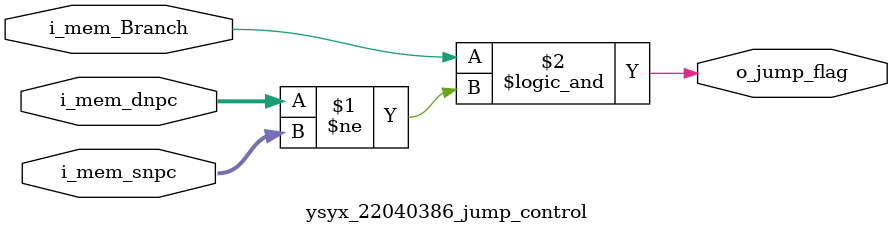
<source format=v>
module ysyx_22040386_jump_control (
    input wire i_mem_Branch,
    input wire [63:0] i_mem_snpc,
    input wire [63:0] i_mem_dnpc,

    output wire o_jump_flag
);

assign o_jump_flag = i_mem_Branch && (i_mem_dnpc != i_mem_snpc);

endmodule

</source>
